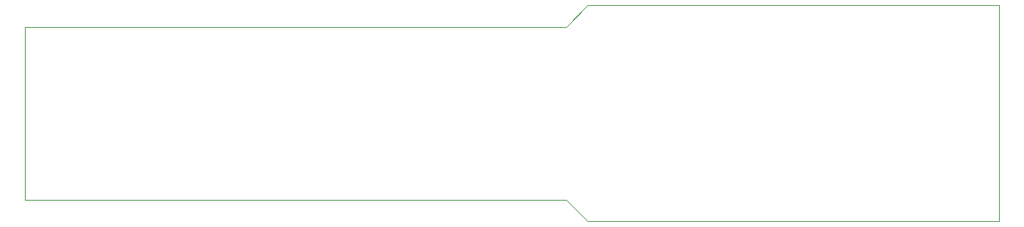
<source format=gbr>
%TF.GenerationSoftware,KiCad,Pcbnew,(5.1.6)-1*%
%TF.CreationDate,2022-03-29T15:59:44+02:00*%
%TF.ProjectId,MW_generator,4d575f67-656e-4657-9261-746f722e6b69,rev?*%
%TF.SameCoordinates,Original*%
%TF.FileFunction,Profile,NP*%
%FSLAX46Y46*%
G04 Gerber Fmt 4.6, Leading zero omitted, Abs format (unit mm)*
G04 Created by KiCad (PCBNEW (5.1.6)-1) date 2022-03-29 15:59:44*
%MOMM*%
%LPD*%
G01*
G04 APERTURE LIST*
%TA.AperFunction,Profile*%
%ADD10C,0.050000*%
%TD*%
G04 APERTURE END LIST*
D10*
X165000000Y-122500000D02*
X162500000Y-120000000D01*
X165000000Y-97500000D02*
X162500000Y-100000000D01*
X212500000Y-97500000D02*
X165000000Y-97500000D01*
X212500000Y-122500000D02*
X165000000Y-122500000D01*
X100000000Y-120000000D02*
X162500000Y-120000000D01*
X212500000Y-97500000D02*
X212500000Y-122500000D01*
X100000000Y-100000000D02*
X162500000Y-100000000D01*
X100000000Y-100000000D02*
X100000000Y-120000000D01*
M02*

</source>
